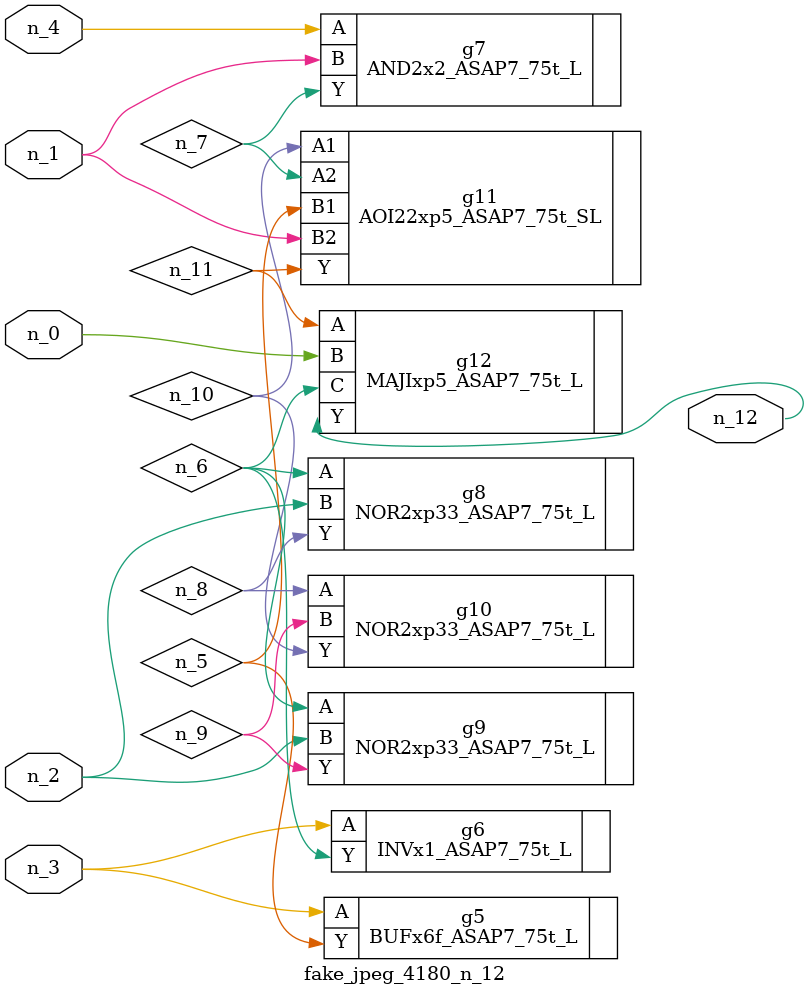
<source format=v>
module fake_jpeg_4180_n_12 (n_3, n_2, n_1, n_0, n_4, n_12);

input n_3;
input n_2;
input n_1;
input n_0;
input n_4;

output n_12;

wire n_11;
wire n_10;
wire n_8;
wire n_9;
wire n_6;
wire n_5;
wire n_7;

BUFx6f_ASAP7_75t_L g5 ( 
.A(n_3),
.Y(n_5)
);

INVx1_ASAP7_75t_L g6 ( 
.A(n_3),
.Y(n_6)
);

AND2x2_ASAP7_75t_L g7 ( 
.A(n_4),
.B(n_1),
.Y(n_7)
);

NOR2xp33_ASAP7_75t_L g8 ( 
.A(n_6),
.B(n_2),
.Y(n_8)
);

NOR2xp33_ASAP7_75t_L g10 ( 
.A(n_8),
.B(n_9),
.Y(n_10)
);

NOR2xp33_ASAP7_75t_L g9 ( 
.A(n_6),
.B(n_2),
.Y(n_9)
);

AOI22xp5_ASAP7_75t_SL g11 ( 
.A1(n_10),
.A2(n_7),
.B1(n_5),
.B2(n_1),
.Y(n_11)
);

MAJIxp5_ASAP7_75t_L g12 ( 
.A(n_11),
.B(n_0),
.C(n_6),
.Y(n_12)
);


endmodule
</source>
